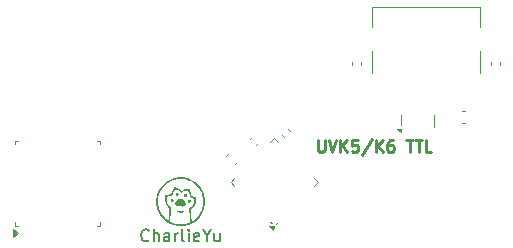
<source format=gbr>
%TF.GenerationSoftware,KiCad,Pcbnew,8.0.4*%
%TF.CreationDate,2024-11-19T23:33:53+08:00*%
%TF.ProjectId,uvk5_ttl,75766b35-5f74-4746-9c2e-6b696361645f,rev?*%
%TF.SameCoordinates,Original*%
%TF.FileFunction,Legend,Top*%
%TF.FilePolarity,Positive*%
%FSLAX46Y46*%
G04 Gerber Fmt 4.6, Leading zero omitted, Abs format (unit mm)*
G04 Created by KiCad (PCBNEW 8.0.4) date 2024-11-19 23:33:53*
%MOMM*%
%LPD*%
G01*
G04 APERTURE LIST*
%ADD10C,0.250000*%
%ADD11C,0.150000*%
%ADD12C,0.120000*%
%ADD13C,0.000000*%
G04 APERTURE END LIST*
D10*
X110032568Y-97114619D02*
X110032568Y-97924142D01*
X110032568Y-97924142D02*
X110080187Y-98019380D01*
X110080187Y-98019380D02*
X110127806Y-98067000D01*
X110127806Y-98067000D02*
X110223044Y-98114619D01*
X110223044Y-98114619D02*
X110413520Y-98114619D01*
X110413520Y-98114619D02*
X110508758Y-98067000D01*
X110508758Y-98067000D02*
X110556377Y-98019380D01*
X110556377Y-98019380D02*
X110603996Y-97924142D01*
X110603996Y-97924142D02*
X110603996Y-97114619D01*
X110937330Y-97114619D02*
X111270663Y-98114619D01*
X111270663Y-98114619D02*
X111603996Y-97114619D01*
X111937330Y-98114619D02*
X111937330Y-97114619D01*
X112508758Y-98114619D02*
X112080187Y-97543190D01*
X112508758Y-97114619D02*
X111937330Y-97686047D01*
X113413520Y-97114619D02*
X112937330Y-97114619D01*
X112937330Y-97114619D02*
X112889711Y-97590809D01*
X112889711Y-97590809D02*
X112937330Y-97543190D01*
X112937330Y-97543190D02*
X113032568Y-97495571D01*
X113032568Y-97495571D02*
X113270663Y-97495571D01*
X113270663Y-97495571D02*
X113365901Y-97543190D01*
X113365901Y-97543190D02*
X113413520Y-97590809D01*
X113413520Y-97590809D02*
X113461139Y-97686047D01*
X113461139Y-97686047D02*
X113461139Y-97924142D01*
X113461139Y-97924142D02*
X113413520Y-98019380D01*
X113413520Y-98019380D02*
X113365901Y-98067000D01*
X113365901Y-98067000D02*
X113270663Y-98114619D01*
X113270663Y-98114619D02*
X113032568Y-98114619D01*
X113032568Y-98114619D02*
X112937330Y-98067000D01*
X112937330Y-98067000D02*
X112889711Y-98019380D01*
X114603996Y-97067000D02*
X113746854Y-98352714D01*
X114937330Y-98114619D02*
X114937330Y-97114619D01*
X115508758Y-98114619D02*
X115080187Y-97543190D01*
X115508758Y-97114619D02*
X114937330Y-97686047D01*
X116365901Y-97114619D02*
X116175425Y-97114619D01*
X116175425Y-97114619D02*
X116080187Y-97162238D01*
X116080187Y-97162238D02*
X116032568Y-97209857D01*
X116032568Y-97209857D02*
X115937330Y-97352714D01*
X115937330Y-97352714D02*
X115889711Y-97543190D01*
X115889711Y-97543190D02*
X115889711Y-97924142D01*
X115889711Y-97924142D02*
X115937330Y-98019380D01*
X115937330Y-98019380D02*
X115984949Y-98067000D01*
X115984949Y-98067000D02*
X116080187Y-98114619D01*
X116080187Y-98114619D02*
X116270663Y-98114619D01*
X116270663Y-98114619D02*
X116365901Y-98067000D01*
X116365901Y-98067000D02*
X116413520Y-98019380D01*
X116413520Y-98019380D02*
X116461139Y-97924142D01*
X116461139Y-97924142D02*
X116461139Y-97686047D01*
X116461139Y-97686047D02*
X116413520Y-97590809D01*
X116413520Y-97590809D02*
X116365901Y-97543190D01*
X116365901Y-97543190D02*
X116270663Y-97495571D01*
X116270663Y-97495571D02*
X116080187Y-97495571D01*
X116080187Y-97495571D02*
X115984949Y-97543190D01*
X115984949Y-97543190D02*
X115937330Y-97590809D01*
X115937330Y-97590809D02*
X115889711Y-97686047D01*
X117508759Y-97114619D02*
X118080187Y-97114619D01*
X117794473Y-98114619D02*
X117794473Y-97114619D01*
X118270664Y-97114619D02*
X118842092Y-97114619D01*
X118556378Y-98114619D02*
X118556378Y-97114619D01*
X119651616Y-98114619D02*
X119175426Y-98114619D01*
X119175426Y-98114619D02*
X119175426Y-97114619D01*
D11*
X95705713Y-105584580D02*
X95658094Y-105632200D01*
X95658094Y-105632200D02*
X95515237Y-105679819D01*
X95515237Y-105679819D02*
X95419999Y-105679819D01*
X95419999Y-105679819D02*
X95277142Y-105632200D01*
X95277142Y-105632200D02*
X95181904Y-105536961D01*
X95181904Y-105536961D02*
X95134285Y-105441723D01*
X95134285Y-105441723D02*
X95086666Y-105251247D01*
X95086666Y-105251247D02*
X95086666Y-105108390D01*
X95086666Y-105108390D02*
X95134285Y-104917914D01*
X95134285Y-104917914D02*
X95181904Y-104822676D01*
X95181904Y-104822676D02*
X95277142Y-104727438D01*
X95277142Y-104727438D02*
X95419999Y-104679819D01*
X95419999Y-104679819D02*
X95515237Y-104679819D01*
X95515237Y-104679819D02*
X95658094Y-104727438D01*
X95658094Y-104727438D02*
X95705713Y-104775057D01*
X96134285Y-105679819D02*
X96134285Y-104679819D01*
X96562856Y-105679819D02*
X96562856Y-105156009D01*
X96562856Y-105156009D02*
X96515237Y-105060771D01*
X96515237Y-105060771D02*
X96419999Y-105013152D01*
X96419999Y-105013152D02*
X96277142Y-105013152D01*
X96277142Y-105013152D02*
X96181904Y-105060771D01*
X96181904Y-105060771D02*
X96134285Y-105108390D01*
X97467618Y-105679819D02*
X97467618Y-105156009D01*
X97467618Y-105156009D02*
X97419999Y-105060771D01*
X97419999Y-105060771D02*
X97324761Y-105013152D01*
X97324761Y-105013152D02*
X97134285Y-105013152D01*
X97134285Y-105013152D02*
X97039047Y-105060771D01*
X97467618Y-105632200D02*
X97372380Y-105679819D01*
X97372380Y-105679819D02*
X97134285Y-105679819D01*
X97134285Y-105679819D02*
X97039047Y-105632200D01*
X97039047Y-105632200D02*
X96991428Y-105536961D01*
X96991428Y-105536961D02*
X96991428Y-105441723D01*
X96991428Y-105441723D02*
X97039047Y-105346485D01*
X97039047Y-105346485D02*
X97134285Y-105298866D01*
X97134285Y-105298866D02*
X97372380Y-105298866D01*
X97372380Y-105298866D02*
X97467618Y-105251247D01*
X97943809Y-105679819D02*
X97943809Y-105013152D01*
X97943809Y-105203628D02*
X97991428Y-105108390D01*
X97991428Y-105108390D02*
X98039047Y-105060771D01*
X98039047Y-105060771D02*
X98134285Y-105013152D01*
X98134285Y-105013152D02*
X98229523Y-105013152D01*
X98705714Y-105679819D02*
X98610476Y-105632200D01*
X98610476Y-105632200D02*
X98562857Y-105536961D01*
X98562857Y-105536961D02*
X98562857Y-104679819D01*
X99086667Y-105679819D02*
X99086667Y-105013152D01*
X99086667Y-104679819D02*
X99039048Y-104727438D01*
X99039048Y-104727438D02*
X99086667Y-104775057D01*
X99086667Y-104775057D02*
X99134286Y-104727438D01*
X99134286Y-104727438D02*
X99086667Y-104679819D01*
X99086667Y-104679819D02*
X99086667Y-104775057D01*
X99943809Y-105632200D02*
X99848571Y-105679819D01*
X99848571Y-105679819D02*
X99658095Y-105679819D01*
X99658095Y-105679819D02*
X99562857Y-105632200D01*
X99562857Y-105632200D02*
X99515238Y-105536961D01*
X99515238Y-105536961D02*
X99515238Y-105156009D01*
X99515238Y-105156009D02*
X99562857Y-105060771D01*
X99562857Y-105060771D02*
X99658095Y-105013152D01*
X99658095Y-105013152D02*
X99848571Y-105013152D01*
X99848571Y-105013152D02*
X99943809Y-105060771D01*
X99943809Y-105060771D02*
X99991428Y-105156009D01*
X99991428Y-105156009D02*
X99991428Y-105251247D01*
X99991428Y-105251247D02*
X99515238Y-105346485D01*
X100610476Y-105203628D02*
X100610476Y-105679819D01*
X100277143Y-104679819D02*
X100610476Y-105203628D01*
X100610476Y-105203628D02*
X100943809Y-104679819D01*
X101705714Y-105013152D02*
X101705714Y-105679819D01*
X101277143Y-105013152D02*
X101277143Y-105536961D01*
X101277143Y-105536961D02*
X101324762Y-105632200D01*
X101324762Y-105632200D02*
X101420000Y-105679819D01*
X101420000Y-105679819D02*
X101562857Y-105679819D01*
X101562857Y-105679819D02*
X101658095Y-105632200D01*
X101658095Y-105632200D02*
X101705714Y-105584580D01*
D12*
%TO.C,C4*%
X107159835Y-96834606D02*
X107007332Y-96682103D01*
X107668952Y-96325489D02*
X107516449Y-96172986D01*
%TO.C,J1*%
X114619999Y-89535000D02*
X114619999Y-91455000D01*
X114620000Y-85820000D02*
X123780000Y-85820000D01*
X114620000Y-87525000D02*
X114620000Y-85820000D01*
X123780000Y-85820000D02*
X123780000Y-87525000D01*
X123780001Y-91455000D02*
X123780001Y-89535000D01*
%TO.C,C1*%
X104293718Y-97018454D02*
X104446221Y-96865951D01*
X104802835Y-97527571D02*
X104955338Y-97375068D01*
%TO.C,REF\u002A\u002A*%
X84385000Y-97166086D02*
X84685000Y-97166086D01*
X84385000Y-97466086D02*
X84385000Y-97166086D01*
X84385000Y-104086086D02*
X84385000Y-104386086D01*
X84385000Y-104386086D02*
X84685000Y-104386086D01*
X91605000Y-97166086D02*
X91305000Y-97166086D01*
X91605000Y-97466086D02*
X91605000Y-97166086D01*
X91605000Y-104086086D02*
X91605000Y-104386086D01*
X91605000Y-104386086D02*
X91305000Y-104386086D01*
X84685000Y-104988586D02*
X84215000Y-105328586D01*
X84214999Y-104648586D01*
X84685000Y-104988586D01*
G36*
X84685000Y-104988586D02*
G01*
X84215000Y-105328586D01*
X84214999Y-104648586D01*
X84685000Y-104988586D01*
G37*
%TO.C,C2*%
X102478781Y-98249970D02*
X102279970Y-98448781D01*
X103200030Y-98971219D02*
X103001219Y-99170030D01*
%TO.C,U1*%
X102636720Y-100667817D02*
X102972595Y-100331941D01*
X102972595Y-101003693D02*
X102636720Y-100667817D01*
X105991941Y-104023039D02*
X106115685Y-104146782D01*
X106327817Y-96976720D02*
X105991941Y-97312595D01*
X106663693Y-97312595D02*
X106327817Y-96976720D01*
X106663693Y-104023039D02*
X106497523Y-104189209D01*
X109683039Y-100331941D02*
X110018914Y-100667817D01*
X110018914Y-100667817D02*
X109683039Y-101003693D01*
X106264177Y-104761965D02*
X105924766Y-104422554D01*
X106327817Y-104358914D01*
X106264177Y-104761965D01*
G36*
X106264177Y-104761965D02*
G01*
X105924766Y-104422554D01*
X106327817Y-104358914D01*
X106264177Y-104761965D01*
G37*
%TO.C,U2*%
X117040000Y-95024999D02*
X117039999Y-95814999D01*
X119860000Y-95024999D02*
X119860000Y-96024999D01*
X117040000Y-96425000D02*
X116760000Y-96144999D01*
X117040000Y-96144999D01*
X117040000Y-96425000D01*
G36*
X117040000Y-96425000D02*
G01*
X116760000Y-96144999D01*
X117040000Y-96144999D01*
X117040000Y-96425000D01*
G37*
D13*
%TO.C,RFF\u002A\u002A*%
G36*
X97728325Y-102089336D02*
G01*
X97765343Y-102114199D01*
X97794448Y-102148142D01*
X97809776Y-102181406D01*
X97814418Y-102222871D01*
X97804832Y-102261268D01*
X97783556Y-102293785D01*
X97753129Y-102317610D01*
X97716089Y-102329931D01*
X97677072Y-102328415D01*
X97627836Y-102310218D01*
X97590049Y-102280362D01*
X97565049Y-102240146D01*
X97556762Y-102211689D01*
X97557311Y-102171915D01*
X97571914Y-102134059D01*
X97597724Y-102102411D01*
X97631890Y-102081260D01*
X97646281Y-102076909D01*
X97687327Y-102076069D01*
X97728325Y-102089336D01*
G37*
G36*
X98162027Y-101588125D02*
G01*
X98173888Y-101594180D01*
X98204747Y-101622359D01*
X98225693Y-101660689D01*
X98235637Y-101704709D01*
X98233491Y-101749959D01*
X98220901Y-101786939D01*
X98194438Y-101821622D01*
X98159152Y-101843169D01*
X98118177Y-101850625D01*
X98074644Y-101843038D01*
X98058641Y-101836289D01*
X98026742Y-101811945D01*
X98004610Y-101777671D01*
X97992433Y-101737321D01*
X97990398Y-101694744D01*
X97998695Y-101653791D01*
X98017512Y-101618313D01*
X98046713Y-101592349D01*
X98082427Y-101580058D01*
X98123441Y-101578687D01*
X98162027Y-101588125D01*
G37*
G36*
X98867459Y-101672648D02*
G01*
X98898271Y-101690534D01*
X98921553Y-101718039D01*
X98934386Y-101754747D01*
X98935976Y-101775142D01*
X98929854Y-101826251D01*
X98910903Y-101867128D01*
X98881045Y-101897636D01*
X98843136Y-101917523D01*
X98800593Y-101925471D01*
X98759429Y-101920769D01*
X98742412Y-101914060D01*
X98715120Y-101891154D01*
X98696935Y-101857471D01*
X98688835Y-101817243D01*
X98691797Y-101774701D01*
X98702709Y-101742009D01*
X98727347Y-101705581D01*
X98759062Y-101680846D01*
X98794934Y-101667389D01*
X98832040Y-101664794D01*
X98867459Y-101672648D01*
G37*
G36*
X99201817Y-102170406D02*
G01*
X99242080Y-102182803D01*
X99244035Y-102183823D01*
X99268779Y-102205956D01*
X99285628Y-102238609D01*
X99293534Y-102276665D01*
X99291446Y-102315005D01*
X99278314Y-102348512D01*
X99277938Y-102349090D01*
X99245388Y-102385361D01*
X99205454Y-102409417D01*
X99161710Y-102420016D01*
X99117733Y-102415918D01*
X99101684Y-102410241D01*
X99066362Y-102386443D01*
X99043164Y-102353107D01*
X99033586Y-102313913D01*
X99039123Y-102272541D01*
X99042298Y-102264035D01*
X99061525Y-102227447D01*
X99086404Y-102201410D01*
X99118868Y-102181535D01*
X99158198Y-102169937D01*
X99201817Y-102170406D01*
G37*
G36*
X98689337Y-103085162D02*
G01*
X98713732Y-103100633D01*
X98732037Y-103124310D01*
X98739655Y-103151905D01*
X98739673Y-103153257D01*
X98734380Y-103181801D01*
X98717368Y-103204268D01*
X98686934Y-103222053D01*
X98641377Y-103236548D01*
X98636507Y-103237731D01*
X98593004Y-103245320D01*
X98537173Y-103250968D01*
X98473653Y-103254577D01*
X98407086Y-103256051D01*
X98342113Y-103255292D01*
X98283376Y-103252204D01*
X98235515Y-103246689D01*
X98232521Y-103246180D01*
X98184968Y-103235791D01*
X98152096Y-103223005D01*
X98131530Y-103206163D01*
X98120896Y-103183604D01*
X98118269Y-103166292D01*
X98118907Y-103139526D01*
X98127825Y-103120073D01*
X98138152Y-103108467D01*
X98148139Y-103098909D01*
X98157609Y-103092807D01*
X98169769Y-103090079D01*
X98187824Y-103090642D01*
X98214979Y-103094412D01*
X98254442Y-103101307D01*
X98274518Y-103104945D01*
X98319299Y-103110277D01*
X98375004Y-103112785D01*
X98435740Y-103112568D01*
X98495613Y-103109722D01*
X98548730Y-103104344D01*
X98574624Y-103100000D01*
X98609472Y-103092909D01*
X98640340Y-103086712D01*
X98661345Y-103082587D01*
X98663454Y-103082187D01*
X98689337Y-103085162D01*
G37*
G36*
X98496811Y-102097586D02*
G01*
X98560757Y-102125322D01*
X98562692Y-102126455D01*
X98591590Y-102146331D01*
X98628074Y-102175539D01*
X98668811Y-102210964D01*
X98710470Y-102249495D01*
X98749717Y-102288018D01*
X98783219Y-102323421D01*
X98807645Y-102352591D01*
X98813265Y-102360499D01*
X98840366Y-102414283D01*
X98850971Y-102469929D01*
X98845216Y-102528847D01*
X98833343Y-102568040D01*
X98802588Y-102627204D01*
X98759154Y-102675317D01*
X98704007Y-102711586D01*
X98638110Y-102735217D01*
X98626975Y-102737702D01*
X98602593Y-102741869D01*
X98579845Y-102743099D01*
X98553872Y-102741085D01*
X98519816Y-102735525D01*
X98486148Y-102728864D01*
X98443642Y-102720528D01*
X98412387Y-102715810D01*
X98387013Y-102714440D01*
X98362150Y-102716153D01*
X98332426Y-102720681D01*
X98329995Y-102721102D01*
X98279769Y-102729693D01*
X98242798Y-102735500D01*
X98215548Y-102738826D01*
X98194485Y-102739976D01*
X98176076Y-102739251D01*
X98156787Y-102736955D01*
X98152496Y-102736332D01*
X98114857Y-102728703D01*
X98083591Y-102716468D01*
X98052736Y-102696640D01*
X98021146Y-102670496D01*
X97980047Y-102625016D01*
X97949692Y-102572169D01*
X97932245Y-102516409D01*
X97928853Y-102480661D01*
X97931592Y-102442157D01*
X97940756Y-102406339D01*
X97957767Y-102371081D01*
X97984044Y-102334256D01*
X98021009Y-102293740D01*
X98070082Y-102247406D01*
X98105566Y-102216241D01*
X98146803Y-102181031D01*
X98178515Y-102155110D01*
X98203905Y-102136389D01*
X98226174Y-102122779D01*
X98248523Y-102112193D01*
X98274155Y-102102542D01*
X98286148Y-102098440D01*
X98355010Y-102083689D01*
X98426729Y-102083557D01*
X98496811Y-102097586D01*
G37*
G36*
X98539871Y-100258839D02*
G01*
X98720615Y-100276348D01*
X98896265Y-100309586D01*
X99068228Y-100358853D01*
X99237916Y-100424452D01*
X99325610Y-100465063D01*
X99488892Y-100554264D01*
X99642211Y-100656893D01*
X99784936Y-100772084D01*
X99916433Y-100898971D01*
X100036072Y-101036688D01*
X100143219Y-101184368D01*
X100237243Y-101341146D01*
X100317511Y-101506155D01*
X100383391Y-101678529D01*
X100434252Y-101857402D01*
X100467660Y-102029765D01*
X100472748Y-102070595D01*
X100477669Y-102122900D01*
X100481980Y-102181086D01*
X100485239Y-102239559D01*
X100486244Y-102264476D01*
X100484212Y-102448663D01*
X100465610Y-102630919D01*
X100430916Y-102810153D01*
X100380611Y-102985276D01*
X100315172Y-103155195D01*
X100235080Y-103318823D01*
X100140812Y-103475067D01*
X100032848Y-103622839D01*
X99911666Y-103761047D01*
X99777747Y-103888601D01*
X99769642Y-103895611D01*
X99621336Y-104012115D01*
X99464348Y-104114002D01*
X99299161Y-104201058D01*
X99126256Y-104273071D01*
X98946112Y-104329826D01*
X98759212Y-104371109D01*
X98667126Y-104385383D01*
X98631144Y-104389050D01*
X98582798Y-104392353D01*
X98526440Y-104395153D01*
X98466424Y-104397315D01*
X98407102Y-104398703D01*
X98352827Y-104399180D01*
X98307951Y-104398610D01*
X98283053Y-104397412D01*
X98101926Y-104376884D01*
X97929766Y-104343185D01*
X97763860Y-104295587D01*
X97601492Y-104233364D01*
X97506373Y-104189555D01*
X97341553Y-104099735D01*
X97186961Y-103996767D01*
X97043236Y-103881465D01*
X96911020Y-103754643D01*
X96790953Y-103617117D01*
X96683675Y-103469701D01*
X96589827Y-103313210D01*
X96510050Y-103148458D01*
X96444984Y-102976261D01*
X96395269Y-102797432D01*
X96388735Y-102768038D01*
X96374710Y-102699907D01*
X96364010Y-102640105D01*
X96356221Y-102584334D01*
X96350926Y-102528295D01*
X96347711Y-102467690D01*
X96346160Y-102398221D01*
X96345843Y-102324221D01*
X96346326Y-102277279D01*
X96497582Y-102277279D01*
X96500590Y-102457916D01*
X96520178Y-102635284D01*
X96556043Y-102808618D01*
X96607878Y-102977150D01*
X96675380Y-103140113D01*
X96758243Y-103296741D01*
X96856163Y-103446267D01*
X96968835Y-103587923D01*
X97055755Y-103681420D01*
X97091184Y-103715756D01*
X97132050Y-103752969D01*
X97176193Y-103791338D01*
X97221455Y-103829141D01*
X97265675Y-103864657D01*
X97306695Y-103896164D01*
X97342355Y-103921939D01*
X97370495Y-103940262D01*
X97388957Y-103949412D01*
X97392784Y-103950128D01*
X97398198Y-103942698D01*
X97403191Y-103924590D01*
X97403581Y-103922390D01*
X97405417Y-103905935D01*
X97408088Y-103874121D01*
X97411486Y-103828631D01*
X97415506Y-103771148D01*
X97420038Y-103703357D01*
X97424976Y-103626941D01*
X97430212Y-103543585D01*
X97435639Y-103454971D01*
X97441150Y-103362784D01*
X97446636Y-103268707D01*
X97451990Y-103174425D01*
X97456437Y-103093940D01*
X97470296Y-102839465D01*
X97379341Y-102753803D01*
X97321948Y-102697840D01*
X97275639Y-102647895D01*
X97237459Y-102600279D01*
X97204450Y-102551305D01*
X97173656Y-102497282D01*
X97173504Y-102496996D01*
X97134024Y-102407901D01*
X97107611Y-102315516D01*
X97094884Y-102223175D01*
X97095562Y-102184980D01*
X97220860Y-102184980D01*
X97226112Y-102266408D01*
X97246799Y-102349960D01*
X97282954Y-102434536D01*
X97334609Y-102519038D01*
X97335662Y-102520525D01*
X97359531Y-102550610D01*
X97392322Y-102587187D01*
X97430463Y-102626723D01*
X97470379Y-102665682D01*
X97508497Y-102700530D01*
X97541245Y-102727732D01*
X97555690Y-102738166D01*
X97576586Y-102755361D01*
X97590548Y-102773011D01*
X97592786Y-102778391D01*
X97593493Y-102791421D01*
X97593193Y-102819778D01*
X97591978Y-102861754D01*
X97589946Y-102915641D01*
X97587192Y-102979731D01*
X97583809Y-103052318D01*
X97579895Y-103131693D01*
X97575544Y-103216148D01*
X97570851Y-103303976D01*
X97565913Y-103393470D01*
X97560823Y-103482921D01*
X97555677Y-103570622D01*
X97550572Y-103654866D01*
X97545601Y-103733944D01*
X97540860Y-103806149D01*
X97536445Y-103869774D01*
X97532451Y-103923110D01*
X97528972Y-103964451D01*
X97526105Y-103992088D01*
X97524477Y-104002527D01*
X97523497Y-104013769D01*
X97527735Y-104023760D01*
X97539425Y-104034115D01*
X97560796Y-104046452D01*
X97594081Y-104062388D01*
X97628106Y-104077631D01*
X97781712Y-104138198D01*
X97937694Y-104185525D01*
X98092597Y-104218659D01*
X98184901Y-104231474D01*
X98224174Y-104235781D01*
X98260433Y-104239809D01*
X98287961Y-104242919D01*
X98295855Y-104243836D01*
X98324085Y-104245506D01*
X98365461Y-104245811D01*
X98416126Y-104244912D01*
X98472225Y-104242973D01*
X98529903Y-104240156D01*
X98585303Y-104236624D01*
X98634569Y-104232540D01*
X98673846Y-104228066D01*
X98675661Y-104227809D01*
X98777152Y-104211287D01*
X98867971Y-104192104D01*
X98954467Y-104168903D01*
X98961581Y-104166776D01*
X99005427Y-104152812D01*
X99051973Y-104136721D01*
X99098100Y-104119725D01*
X99140693Y-104103049D01*
X99176633Y-104087915D01*
X99202805Y-104075547D01*
X99216091Y-104067167D01*
X99216466Y-104066752D01*
X99219157Y-104055834D01*
X99219785Y-104031446D01*
X99218319Y-103992723D01*
X99214726Y-103938801D01*
X99208973Y-103868817D01*
X99208960Y-103868667D01*
X99199067Y-103752971D01*
X99189732Y-103638869D01*
X99181075Y-103528097D01*
X99173212Y-103422386D01*
X99166264Y-103323469D01*
X99160347Y-103233079D01*
X99155579Y-103152949D01*
X99152081Y-103084811D01*
X99149968Y-103030399D01*
X99149350Y-102995047D01*
X99149350Y-102884418D01*
X99219763Y-102822212D01*
X99303168Y-102746208D01*
X99372887Y-102677302D01*
X99430000Y-102614021D01*
X99475583Y-102554892D01*
X99510713Y-102498440D01*
X99536468Y-102443194D01*
X99553925Y-102387678D01*
X99560420Y-102356262D01*
X99565134Y-102281585D01*
X99553916Y-102210305D01*
X99527785Y-102143796D01*
X99487759Y-102083430D01*
X99434857Y-102030580D01*
X99370096Y-101986619D01*
X99294494Y-101952921D01*
X99251769Y-101940047D01*
X99221768Y-101931485D01*
X99197774Y-101923064D01*
X99185624Y-101917003D01*
X99180462Y-101905642D01*
X99177038Y-101880733D01*
X99175227Y-101840985D01*
X99174854Y-101804678D01*
X99171722Y-101723696D01*
X99161920Y-101656162D01*
X99144577Y-101599468D01*
X99118821Y-101551008D01*
X99083783Y-101508175D01*
X99071950Y-101496609D01*
X99012981Y-101451806D01*
X98947492Y-101420301D01*
X98878447Y-101402892D01*
X98808807Y-101400378D01*
X98752029Y-101410358D01*
X98703561Y-101429538D01*
X98650933Y-101459503D01*
X98599406Y-101496805D01*
X98554240Y-101537993D01*
X98549178Y-101543379D01*
X98519699Y-101571380D01*
X98494471Y-101585008D01*
X98471482Y-101583820D01*
X98448717Y-101567371D01*
X98424163Y-101535217D01*
X98410383Y-101512765D01*
X98365644Y-101450575D01*
X98311779Y-101399621D01*
X98251053Y-101361096D01*
X98185730Y-101336196D01*
X98118074Y-101326116D01*
X98063278Y-101329607D01*
X97996161Y-101346219D01*
X97932493Y-101372481D01*
X97876459Y-101406214D01*
X97832245Y-101445238D01*
X97825051Y-101453656D01*
X97792323Y-101500134D01*
X97769835Y-101547664D01*
X97756227Y-101600614D01*
X97750138Y-101663355D01*
X97749488Y-101696318D01*
X97748808Y-101732643D01*
X97747091Y-101762809D01*
X97744636Y-101782535D01*
X97743087Y-101787375D01*
X97725327Y-101803847D01*
X97698569Y-101811291D01*
X97660201Y-101810234D01*
X97642349Y-101807763D01*
X97568512Y-101804274D01*
X97497004Y-101817562D01*
X97428460Y-101847418D01*
X97363518Y-101893632D01*
X97353569Y-101902472D01*
X97297397Y-101964421D01*
X97256534Y-102032887D01*
X97231011Y-102106773D01*
X97220860Y-102184980D01*
X97095562Y-102184980D01*
X97096464Y-102134212D01*
X97100506Y-102104524D01*
X97105632Y-102072259D01*
X97106949Y-102050328D01*
X97103540Y-102032240D01*
X97094485Y-102011504D01*
X97084657Y-101992625D01*
X97065199Y-101943580D01*
X97059504Y-101898980D01*
X97066358Y-101860672D01*
X97084547Y-101830503D01*
X97112859Y-101810319D01*
X97150079Y-101801967D01*
X97194994Y-101807292D01*
X97204610Y-101810103D01*
X97247614Y-101823855D01*
X97294189Y-101785919D01*
X97366753Y-101736063D01*
X97442610Y-101701543D01*
X97520084Y-101683010D01*
X97567667Y-101679832D01*
X97621595Y-101679832D01*
X97621721Y-101647826D01*
X97625655Y-101606718D01*
X97636023Y-101557456D01*
X97651083Y-101506871D01*
X97669094Y-101461796D01*
X97669195Y-101461582D01*
X97693967Y-101419835D01*
X97728696Y-101375155D01*
X97768536Y-101333111D01*
X97808643Y-101299271D01*
X97813303Y-101295985D01*
X97832247Y-101281898D01*
X97843825Y-101268493D01*
X97850920Y-101250367D01*
X97856416Y-101222117D01*
X97857957Y-101212331D01*
X97868735Y-101163348D01*
X97884541Y-101128147D01*
X97906983Y-101103784D01*
X97922622Y-101093997D01*
X97956533Y-101085501D01*
X97992998Y-101092088D01*
X98029525Y-101112536D01*
X98063620Y-101145622D01*
X98082851Y-101172600D01*
X98095772Y-101190659D01*
X98109531Y-101199231D01*
X98131039Y-101201771D01*
X98141373Y-101201875D01*
X98208458Y-101209869D01*
X98277723Y-101233027D01*
X98346607Y-101270118D01*
X98412544Y-101319910D01*
X98439690Y-101345252D01*
X98467979Y-101373065D01*
X98487097Y-101390407D01*
X98499846Y-101398969D01*
X98509031Y-101400444D01*
X98517456Y-101396523D01*
X98520772Y-101394169D01*
X98597572Y-101342646D01*
X98667862Y-101305815D01*
X98686786Y-101297949D01*
X98716769Y-101287271D01*
X98744083Y-101280607D01*
X98774520Y-101277080D01*
X98813870Y-101275814D01*
X98833557Y-101275745D01*
X98873239Y-101276604D01*
X98908448Y-101278838D01*
X98934459Y-101282069D01*
X98944344Y-101284585D01*
X98958427Y-101288069D01*
X98973563Y-101284962D01*
X98994595Y-101273716D01*
X99010568Y-101263409D01*
X99054671Y-101239791D01*
X99097358Y-101229485D01*
X99098007Y-101229422D01*
X99124686Y-101228008D01*
X99142522Y-101232175D01*
X99159526Y-101244798D01*
X99170475Y-101255434D01*
X99188239Y-101275068D01*
X99197203Y-101292711D01*
X99200297Y-101315895D01*
X99200560Y-101332758D01*
X99199145Y-101363437D01*
X99195527Y-101390056D01*
X99192699Y-101400673D01*
X99190065Y-101414386D01*
X99193939Y-101430141D01*
X99205877Y-101452231D01*
X99218447Y-101471642D01*
X99255066Y-101539968D01*
X99281852Y-101619305D01*
X99297686Y-101705984D01*
X99300656Y-101741088D01*
X99303071Y-101779192D01*
X99305697Y-101803617D01*
X99309536Y-101817737D01*
X99315588Y-101824925D01*
X99324854Y-101828554D01*
X99326746Y-101829041D01*
X99360927Y-101840760D01*
X99402437Y-101859519D01*
X99444949Y-101882115D01*
X99482140Y-101905342D01*
X99493161Y-101913359D01*
X99533982Y-101944730D01*
X99580187Y-101931298D01*
X99618121Y-101923475D01*
X99650643Y-101922637D01*
X99655885Y-101923399D01*
X99686791Y-101936503D01*
X99714441Y-101960531D01*
X99732334Y-101989648D01*
X99733477Y-101993072D01*
X99734742Y-102019838D01*
X99726938Y-102054551D01*
X99711684Y-102091845D01*
X99695156Y-102120008D01*
X99680807Y-102142615D01*
X99675372Y-102159159D01*
X99677265Y-102177036D01*
X99680425Y-102188657D01*
X99686965Y-102224492D01*
X99690009Y-102271164D01*
X99689683Y-102322829D01*
X99686112Y-102373642D01*
X99679421Y-102417758D01*
X99675170Y-102434729D01*
X99645461Y-102513840D01*
X99603577Y-102591919D01*
X99548554Y-102670283D01*
X99479429Y-102750245D01*
X99395235Y-102833120D01*
X99358895Y-102865821D01*
X99267204Y-102946535D01*
X99272780Y-103040788D01*
X99275833Y-103089454D01*
X99279800Y-103147523D01*
X99284754Y-103215912D01*
X99290767Y-103295539D01*
X99297910Y-103387321D01*
X99306254Y-103492176D01*
X99315872Y-103611023D01*
X99326835Y-103744778D01*
X99339215Y-103894361D01*
X99342966Y-103939459D01*
X99346194Y-103969465D01*
X99349953Y-103991453D01*
X99353493Y-104001192D01*
X99353903Y-104001338D01*
X99362750Y-103996901D01*
X99383112Y-103984711D01*
X99412277Y-103966448D01*
X99447534Y-103943790D01*
X99461492Y-103934688D01*
X99607087Y-103829517D01*
X99740383Y-103713223D01*
X99861056Y-103586802D01*
X99968786Y-103451251D01*
X100063250Y-103307569D01*
X100144128Y-103156753D01*
X100211097Y-102999800D01*
X100263836Y-102837707D01*
X100302024Y-102671471D01*
X100325338Y-102502091D01*
X100333457Y-102330564D01*
X100326060Y-102157886D01*
X100302825Y-101985056D01*
X100263431Y-101813070D01*
X100207555Y-101642926D01*
X100203707Y-101632890D01*
X100131980Y-101470501D01*
X100046047Y-101316587D01*
X99946846Y-101171945D01*
X99835314Y-101037369D01*
X99712386Y-100913655D01*
X99579001Y-100801599D01*
X99436094Y-100701995D01*
X99284604Y-100615639D01*
X99125466Y-100543327D01*
X98959618Y-100485854D01*
X98807952Y-100447996D01*
X98629810Y-100419821D01*
X98452810Y-100408203D01*
X98277849Y-100412648D01*
X98105823Y-100432662D01*
X97937627Y-100467751D01*
X97774157Y-100517421D01*
X97616309Y-100581177D01*
X97464978Y-100658526D01*
X97321061Y-100748974D01*
X97185454Y-100852027D01*
X97059051Y-100967190D01*
X96942749Y-101093969D01*
X96837443Y-101231871D01*
X96744030Y-101380402D01*
X96663406Y-101539066D01*
X96614316Y-101657867D01*
X96569381Y-101792300D01*
X96535897Y-101927242D01*
X96513079Y-102066853D01*
X96500142Y-102215294D01*
X96497582Y-102277279D01*
X96346326Y-102277279D01*
X96346789Y-102232260D01*
X96349745Y-102152765D01*
X96355223Y-102081195D01*
X96363736Y-102013011D01*
X96375799Y-101943674D01*
X96391924Y-101868645D01*
X96402316Y-101824926D01*
X96453555Y-101650168D01*
X96520109Y-101481776D01*
X96601139Y-101320593D01*
X96695809Y-101167464D01*
X96803280Y-101023235D01*
X96922714Y-100888750D01*
X97053274Y-100764853D01*
X97194122Y-100652389D01*
X97344420Y-100552204D01*
X97503329Y-100465141D01*
X97670013Y-100392045D01*
X97843634Y-100333761D01*
X97895342Y-100319703D01*
X97993979Y-100296342D01*
X98086625Y-100279128D01*
X98179479Y-100267208D01*
X98278743Y-100259728D01*
X98352622Y-100256755D01*
X98539871Y-100258839D01*
G37*
D12*
%TO.C,R2*%
X112952600Y-90774641D02*
X112952600Y-90467359D01*
X113712600Y-90774641D02*
X113712600Y-90467359D01*
%TO.C,R1*%
X124687400Y-90774641D02*
X124687400Y-90467359D01*
X125447400Y-90774641D02*
X125447400Y-90467359D01*
%TO.C,C3*%
X122234420Y-94670000D02*
X122515580Y-94670000D01*
X122234420Y-95690000D02*
X122515580Y-95690000D01*
%TD*%
M02*

</source>
